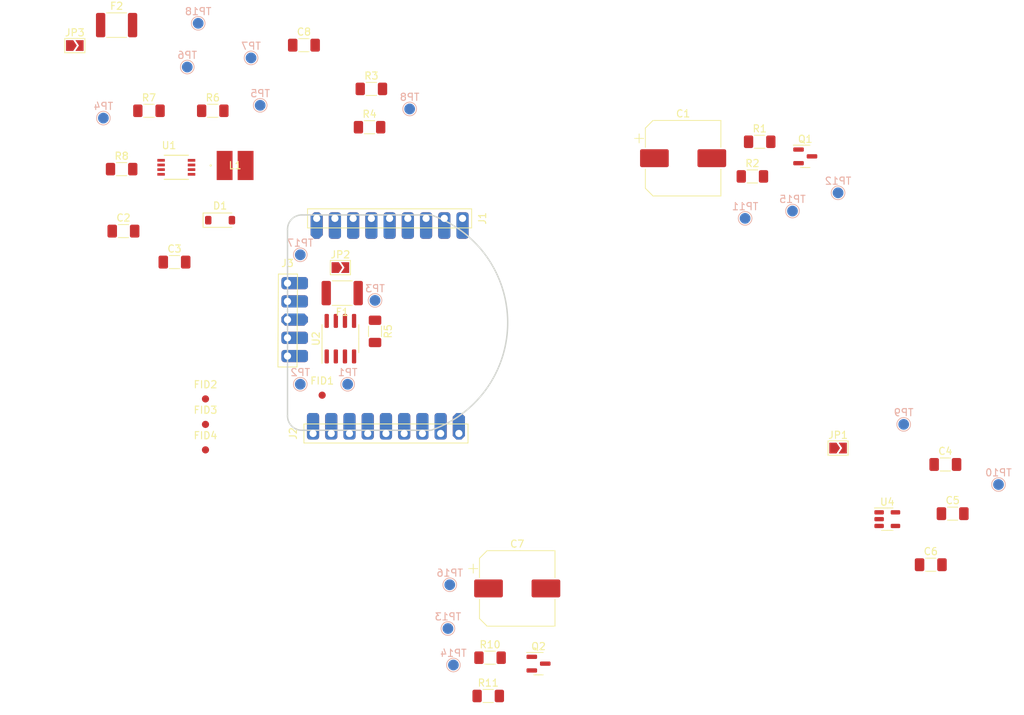
<source format=kicad_pcb>
(kicad_pcb (version 20221018) (generator pcbnew)
  (layers (0 "F.Cu" signal) (31 "B.Cu" signal) (34 "B.Paste" user) (35 "F.Paste" user) (36 "B.SilkS" user "B.Silkscreen") (37 "F.SilkS" user "F.Silkscreen") (38 "B.Mask" user) (39 "F.Mask" user) (44 "Edge.Cuts" user))
  (net 0 "")
  (net 1 "/5V")
  (net 2 "/V_BATT")
  (net 3 "Net-(D1-A)")
  (net 4 "Net-(JP1-B)")
  (net 5 "/3.3V")
  (net 9 "/NEO_OUT1")
  (net 10 "GND")
  (net 11 "VCC")
  (net 13 "/NEO_OUT2")
  (net 14 "/BATT_SIG")
  (net 18 "/NEO_IN1")
  (net 20 "/NEO_IN2")
  (net 23 "Net-(U1-LX)")
  (net 24 "Net-(R5-Pad1)")
  (net 25 "Net-(U1-EN)")
  (net 26 "Net-(U1-FB)")
  (net 27 "Net-(U1-RSET)")
  (net 30 "Net-(D1-K)")
  (net 31 "Net-(JP2-B)")
  (footprint "Capacitor_SMD:CP_Elec_10x10" (layer "F.Cu") (at 154.432 66.294)
    (fp_text reference "C1" (at 0 -6.2) (layer "F.SilkS"))
    (fp_text value "680 uF @ 10 V")
    (fp_line (start -6.75 -2.76) (end -5.5 -2.76) (stroke (width 0.12)) (layer "F.SilkS"))
    (fp_line (start -6.125 -3.385) (end -6.125 -2.135) (stroke (width 0.12)) (layer "F.SilkS"))
    (fp_line (start -5.26 -4.195563) (end -5.26 -1.51) (stroke (width 0.12)) (layer "F.SilkS"))
    (fp_line (start -5.26 -4.195563) (end -4.195563 -5.26) (stroke (width 0.12)) (layer "F.SilkS"))
    (fp_line (start -5.26 4.195563) (end -5.26 1.51) (stroke (width 0.12)) (layer "F.SilkS"))
    (fp_line (start -5.26 4.195563) (end -4.195563 5.26) (stroke (width 0.12)) (layer "F.SilkS"))
    (fp_line (start -4.195563 -5.26) (end 5.26 -5.26) (stroke (width 0.12)) (layer "F.SilkS"))
    (fp_line (start -4.195563 5.26) (end 5.26 5.26) (stroke (width 0.12)) (layer "F.SilkS"))
    (fp_line (start 5.26 -5.26) (end 5.26 -1.51) (stroke (width 0.12)) (layer "F.SilkS"))
    (fp_line (start 5.26 5.26) (end 5.26 1.51) (stroke (width 0.12)) (layer "F.SilkS"))
    (pad "1" smd roundrect (at -4 0) (size 4 2.5) (layers "F.Cu" "F.Paste" "F.Mask") (roundrect_rratio 0.1) (net 1 "/5V"))
    (pad "2" smd roundrect (at 4 0) (size 4 2.5) (layers "F.Cu" "F.Paste" "F.Mask") (roundrect_rratio 0.1) (net 10 "GND"))
  )
  (footprint "Jumper:SolderJumper-2_P1.3mm_Open_TrianglePad1.0x1.5mm" (layer "F.Cu") (at 176.022 106.68)
    (fp_text reference "JP1" (at 0 -1.8) (layer "F.SilkS"))
    (fp_text value "SolderJumper_2_Open")
    (fp_line (start -1.4 -1) (end 1.4 -1) (stroke (width 0.12)) (layer "F.SilkS"))
    (fp_line (start -1.4 1) (end -1.4 -1) (stroke (width 0.12)) (layer "F.SilkS"))
    (fp_line (start 1.4 -1) (end 1.4 1) (stroke (width 0.12)) (layer "F.SilkS"))
    (fp_line (start 1.4 1) (end -1.4 1) (stroke (width 0.12)) (layer "F.SilkS"))
    (pad "1" smd custom (at -0.725 0) (size 0.3 0.3) (layers "F.Cu" "F.Mask") (net 1 "/5V") (options (clearance outline) (anchor rect)) (primitives (gr_poly (pts (xy 1 0) (xy 0.5 0.75) (xy -0.5 0.75) (xy -0.5 -0.75) (xy 0.5 -0.75)) (width 0) (fill yes))))
    (pad "2" smd custom (at 0.725 0) (size 0.3 0.3) (layers "F.Cu" "F.Mask") (net 4 "Net-(JP1-B)") (options (clearance outline) (anchor rect)) (primitives (gr_poly (pts (xy 0.5 0.75) (xy -0.65 0.75) (xy -0.15 0) (xy -0.65 -0.75) (xy 0.5 -0.75)) (width 0) (fill yes))))
  )
  (footprint "Resistor_SMD:R_1206_3216Metric_Pad1.30x1.75mm_HandSolder" (layer "F.Cu") (at 80.01 59.69)
    (fp_text reference "R7" (at 0 -1.82) (layer "F.SilkS"))
    (fp_text value "100k")
    (fp_line (start -0.727064 -0.91) (end 0.727064 -0.91) (stroke (width 0.12)) (layer "F.SilkS"))
    (fp_line (start -0.727064 0.91) (end 0.727064 0.91) (stroke (width 0.12)) (layer "F.SilkS"))
    (pad "1" smd roundrect (at -1.55 0) (size 1.3 1.75) (layers "F.Cu" "F.Paste" "F.Mask") (roundrect_rratio 0.192308) (net 26 "Net-(U1-FB)"))
    (pad "2" smd roundrect (at 1.55 0) (size 1.3 1.75) (layers "F.Cu" "F.Paste" "F.Mask") (roundrect_rratio 0.192308) (net 10 "GND"))
  )
  (footprint "!EK_Library:PAM2401" (layer "F.Cu") (at 83.82 67.564)
    (fp_text reference "U1" (at -1.016 -3.048 unlocked) (layer "F.SilkS"))
    (fp_text value "PAM2401")
    (fp_line (start -1.6764 1.6764) (end 1.6764 1.6764) (stroke (width 0.1524)) (layer "F.SilkS"))
    (fp_line (start 1.6764 -1.6764) (end -1.6764 -1.6764) (stroke (width 0.1524)) (layer "F.SilkS"))
    (pad "1" smd rect (at -2.1209 -0.97536) (size 1.0414 0.381) (layers "F.Cu" "F.Paste" "F.Mask") (net 23 "Net-(U1-LX)"))
    (pad "2" smd rect (at -2.1209 -0.32512) (size 1.0414 0.381) (layers "F.Cu" "F.Paste" "F.Mask") (net 25 "Net-(U1-EN)"))
    (pad "3" smd rect (at -2.1209 0.32512) (size 1.0414 0.381) (layers "F.Cu" "F.Paste" "F.Mask") (net 2 "/V_BATT"))
    (pad "4" smd rect (at -2.1209 0.97536) (size 1.0414 0.381) (layers "F.Cu" "F.Paste" "F.Mask") (net 10 "GND"))
    (pad "5" smd rect (at 2.1209 0.97536) (size 1.0414 0.381) (layers "F.Cu" "F.Paste" "F.Mask") (net 26 "Net-(U1-FB)"))
    (pad "6" smd rect (at 2.1209 0.32512) (size 1.0414 0.381) (layers "F.Cu" "F.Paste" "F.Mask") (net 27 "Net-(U1-RSET)"))
    (pad "7" smd rect (at 2.1209 -0.32512) (size 1.0414 0.381) (layers "F.Cu" "F.Paste" "F.Mask") (net 3 "Net-(D1-A)"))
    (pad "8" smd rect (at 2.1209 -0.97536) (size 1.0414 0.381) (layers "F.Cu" "F.Paste" "F.Mask") (net 10 "GND"))
  )
  (footprint "Resistor_SMD:R_1206_3216Metric_Pad1.30x1.75mm_HandSolder" (layer "F.Cu") (at 111.506 90.424 -90)
    (fp_text reference "R5" (at 0 -1.82 90) (layer "F.SilkS"))
    (fp_text value "750k")
    (fp_line (start -0.727064 -0.91) (end 0.727064 -0.91) (stroke (width 0.12)) (layer "F.SilkS"))
    (fp_line (start -0.727064 0.91) (end 0.727064 0.91) (stroke (width 0.12)) (layer "F.SilkS"))
    (pad "1" smd roundrect (at -1.55 0 270) (size 1.3 1.75) (layers "F.Cu" "F.Paste" "F.Mask") (roundrect_rratio 0.192308) (net 24 "Net-(R5-Pad1)"))
    (pad "2" smd roundrect (at 1.55 0 270) (size 1.3 1.75) (layers "F.Cu" "F.Paste" "F.Mask") (roundrect_rratio 0.192308) (net 25 "Net-(U1-EN)"))
  )
  (footprint "Jumper:SolderJumper-2_P1.3mm_Open_TrianglePad1.0x1.5mm" (layer "F.Cu") (at 69.679 50.602)
    (fp_text reference "JP3" (at 0 -1.8) (layer "F.SilkS"))
    (fp_text value "SolderJumper_2_Open")
    (fp_line (start -1.4 -1) (end 1.4 -1) (stroke (width 0.12)) (layer "F.SilkS"))
    (fp_line (start -1.4 1) (end -1.4 -1) (stroke (width 0.12)) (layer "F.SilkS"))
    (fp_line (start 1.4 -1) (end 1.4 1) (stroke (width 0.12)) (layer "F.SilkS"))
    (fp_line (start 1.4 1) (end -1.4 1) (stroke (width 0.12)) (layer "F.SilkS"))
    (pad "1" smd custom (at -0.725 0) (size 0.3 0.3) (layers "F.Cu" "F.Mask") (net 1 "/5V") (options (clearance outline) (anchor rect)) (primitives (gr_poly (pts (xy 1 0) (xy 0.5 0.75) (xy -0.5 0.75) (xy -0.5 -0.75) (xy 0.5 -0.75)) (width 0) (fill yes))))
    (pad "2" smd custom (at 0.725 0) (size 0.3 0.3) (layers "F.Cu" "F.Mask") (net 30 "Net-(D1-K)") (options (clearance outline) (anchor rect)) (primitives (gr_poly (pts (xy 0.5 0.75) (xy -0.65 0.75) (xy -0.15 0) (xy -0.65 -0.75) (xy 0.5 -0.75)) (width 0) (fill yes))))
  )
  (footprint "Fiducial:Fiducial_1mm_Mask2mm" (layer "F.Cu") (at 104.14 99.314)
    (fp_text reference "FID1" (at 0 -2) (layer "F.SilkS"))
    (fp_text value "Fiducial")
    (pad "" smd circle (at 0 0) (size 1 1) (layers "F.Cu" "F.Mask") (clearance 0.5))
  )
  (footprint "Resistor_SMD:R_1206_3216Metric_Pad1.30x1.75mm_HandSolder" (layer "F.Cu") (at 110.998 56.642)
    (fp_text reference "R3" (at 0 -1.82) (layer "F.SilkS"))
    (fp_text value "100")
    (fp_line (start -0.727064 -0.91) (end 0.727064 -0.91) (stroke (width 0.12)) (layer "F.SilkS"))
    (fp_line (start -0.727064 0.91) (end 0.727064 0.91) (stroke (width 0.12)) (layer "F.SilkS"))
    (pad "1" smd roundrect (at -1.55 0) (size 1.3 1.75) (layers "F.Cu" "F.Paste" "F.Mask") (roundrect_rratio 0.192308) (net 2 "/V_BATT"))
    (pad "2" smd roundrect (at 1.55 0) (size 1.3 1.75) (layers "F.Cu" "F.Paste" "F.Mask") (roundrect_rratio 0.192308) (net 14 "/BATT_SIG"))
  )
  (footprint "Resistor_SMD:R_1206_3216Metric_Pad1.30x1.75mm_HandSolder" (layer "F.Cu") (at 88.9 59.69)
    (fp_text reference "R6" (at 0 -1.82) (layer "F.SilkS"))
    (fp_text value "750k")
    (fp_line (start -0.727064 -0.91) (end 0.727064 -0.91) (stroke (width 0.12)) (layer "F.SilkS"))
    (fp_line (start -0.727064 0.91) (end 0.727064 0.91) (stroke (width 0.12)) (layer "F.SilkS"))
    (pad "1" smd roundrect (at -1.55 0) (size 1.3 1.75) (layers "F.Cu" "F.Paste" "F.Mask") (roundrect_rratio 0.192308) (net 3 "Net-(D1-A)"))
    (pad "2" smd roundrect (at 1.55 0) (size 1.3 1.75) (layers "F.Cu" "F.Paste" "F.Mask") (roundrect_rratio 0.192308) (net 26 "Net-(U1-FB)"))
  )
  (footprint "Resistor_SMD:R_1206_3216Metric_Pad1.30x1.75mm_HandSolder" (layer "F.Cu") (at 165.1 64.008)
    (fp_text reference "R1" (at 0 -1.82) (layer "F.SilkS"))
    (fp_text value "10k")
    (fp_line (start -0.727064 -0.91) (end 0.727064 -0.91) (stroke (width 0.12)) (layer "F.SilkS"))
    (fp_line (start -0.727064 0.91) (end 0.727064 0.91) (stroke (width 0.12)) (layer "F.SilkS"))
    (pad "1" smd roundrect (at -1.55 0) (size 1.3 1.75) (layers "F.Cu" "F.Paste" "F.Mask") (roundrect_rratio 0.192308) (net 11 "VCC"))
    (pad "2" smd roundrect (at 1.55 0) (size 1.3 1.75) (layers "F.Cu" "F.Paste" "F.Mask") (roundrect_rratio 0.192308) (net 18 "/NEO_IN1"))
  )
  (footprint "Capacitor_SMD:C_1206_3216Metric_Pad1.33x1.80mm_HandSolder" (layer "F.Cu") (at 191.9855 115.824)
    (fp_text reference "C5" (at 0 -1.85) (layer "F.SilkS"))
    (fp_text value "4.7 uF")
    (fp_line (start -0.711252 -0.91) (end 0.711252 -0.91) (stroke (width 0.12)) (layer "F.SilkS"))
    (fp_line (start -0.711252 0.91) (end 0.711252 0.91) (stroke (width 0.12)) (layer "F.SilkS"))
    (pad "1" smd roundrect (at -1.5625 0) (size 1.325 1.8) (layers "F.Cu" "F.Paste" "F.Mask") (roundrect_rratio 0.188679) (net 5 "/3.3V"))
    (pad "2" smd roundrect (at 1.5625 0) (size 1.325 1.8) (layers "F.Cu" "F.Paste" "F.Mask") (roundrect_rratio 0.188679) (net 10 "GND"))
  )
  (footprint "Diode_SMD:D_SOD-123" (layer "F.Cu") (at 89.916 74.93)
    (fp_text reference "D1" (at 0 -2) (layer "F.SilkS"))
    (fp_text value "D_Schottky 3A")
    (fp_line (start -2.36 -1) (end -2.36 1) (stroke (width 0.12)) (layer "F.SilkS"))
    (fp_line (start -2.36 -1) (end 1.65 -1) (stroke (width 0.12)) (layer "F.SilkS"))
    (fp_line (start -2.36 1) (end 1.65 1) (stroke (width 0.12)) (layer "F.SilkS"))
    (pad "1" smd roundrect (at -1.65 0) (size 0.9 1.2) (layers "F.Cu" "F.Paste" "F.Mask") (net 30 "Net-(D1-K)"))
    (pad "2" smd roundrect (at 1.65 0) (size 0.9 1.2) (layers "F.Cu" "F.Paste" "F.Mask") (net 3 "Net-(D1-A)"))
  )
  (footprint "Fiducial:Fiducial_1mm_Mask2mm" (layer "F.Cu") (at 87.884 103.384)
    (fp_text reference "FID3" (at 0 -2) (layer "F.SilkS"))
    (fp_text value "Fiducial")
    (pad "" smd circle (at 0 0) (size 1 1) (layers "F.Cu" "F.Mask") (clearance 0.5))
  )
  (footprint "Package_TO_SOT_SMD:SOT-23" (layer "F.Cu") (at 171.45 66.04)
    (fp_text reference "Q1" (at 0 -2.4) (layer "F.SilkS"))
    (fp_text value "BSS138")
    (fp_line (start 0 -1.56) (end -1.675 -1.56) (stroke (width 0.12)) (layer "F.SilkS"))
    (fp_line (start 0 -1.56) (end 0.65 -1.56) (stroke (width 0.12)) (layer "F.SilkS"))
    (fp_line (start 0 1.56) (end -0.65 1.56) (stroke (width 0.12)) (layer "F.SilkS"))
    (fp_line (start 0 1.56) (end 0.65 1.56) (stroke (width 0.12)) (layer "F.SilkS"))
    (pad "1" smd roundrect (at -0.9375 -0.95) (size 1.475 0.6) (layers "F.Cu" "F.Paste" "F.Mask") (net 11 "VCC"))
    (pad "2" smd roundrect (at -0.9375 0.95) (size 1.475 0.6) (layers "F.Cu" "F.Paste" "F.Mask") (net 18 "/NEO_IN1"))
    (pad "3" smd roundrect (at 0.9375 0) (size 1.475 0.6) (layers "F.Cu" "F.Paste" "F.Mask") (net 9 "/NEO_OUT1"))
  )
  (footprint "Fuse:Fuse_1812_4532Metric_Pad1.30x3.40mm_HandSolder" (layer "F.Cu") (at 106.934 85.09 180)
    (fp_text reference "F1" (at 0 -2.65) (layer "F.SilkS"))
    (fp_text value "Polyfuse 6V, 1.5A I_h, 3A I_t, 500 ms")
    (fp_line (start -1.386252 -1.71) (end 1.386252 -1.71) (stroke (width 0.12)) (layer "F.SilkS"))
    (fp_line (start -1.386252 1.71) (end 1.386252 1.71) (stroke (width 0.12)) (layer "F.SilkS"))
    (pad "1" smd roundrect (at -2.225 0 180) (size 1.3 3.4) (layers "F.Cu" "F.Paste" "F.Mask") (roundrect_rratio 0.192308) (net 31 "Net-(JP2-B)"))
    (pad "2" smd roundrect (at 2.225 0 180) (size 1.3 3.4) (layers "F.Cu" "F.Paste" "F.Mask") (roundrect_rratio 0.192308) (net 2 "/V_BATT"))
  )
  (footprint "Package_TO_SOT_SMD:SOT-23" (layer "F.Cu") (at 134.2875 136.718)
    (fp_text reference "Q2" (at 0 -2.4) (layer "F.SilkS"))
    (fp_text value "BSS138")
    (fp_line (start 0 -1.56) (end -1.675 -1.56) (stroke (width 0.12)) (layer "F.SilkS"))
    (fp_line (start 0 -1.56) (end 0.65 -1.56) (stroke (width 0.12)) (layer "F.SilkS"))
    (fp_line (start 0 1.56) (end -0.65 1.56) (stroke (width 0.12)) (layer "F.SilkS"))
    (fp_line (start 0 1.56) (end 0.65 1.56) (stroke (width 0.12)) (layer "F.SilkS"))
    (pad "1" smd roundrect (at -0.9375 -0.95) (size 1.475 0.6) (layers "F.Cu" "F.Paste" "F.Mask") (net 11 "VCC"))
    (pad "2" smd roundrect (at -0.9375 0.95) (size 1.475 0.6) (layers "F.Cu" "F.Paste" "F.Mask") (net 20 "/NEO_IN2"))
    (pad "3" smd roundrect (at 0.9375 0) (size 1.475 0.6) (layers "F.Cu" "F.Paste" "F.Mask") (net 13 "/NEO_OUT2"))
  )
  (footprint "Resistor_SMD:R_1206_3216Metric_Pad1.30x1.75mm_HandSolder" (layer "F.Cu") (at 164.084 68.834)
    (fp_text reference "R2" (at 0 -1.82) (layer "F.SilkS"))
    (fp_text value "10k")
    (fp_line (start -0.727064 -0.91) (end 0.727064 -0.91) (stroke (width 0.12)) (layer "F.SilkS"))
    (fp_line (start -0.727064 0.91) (end 0.727064 0.91) (stroke (width 0.12)) (layer "F.SilkS"))
    (pad "1" smd roundrect (at -1.55 0) (size 1.3 1.75) (layers "F.Cu" "F.Paste" "F.Mask") (roundrect_rratio 0.192308) (net 1 "/5V"))
    (pad "2" smd roundrect (at 1.55 0) (size 1.3 1.75) (layers "F.Cu" "F.Paste" "F.Mask") (roundrect_rratio 0.192308) (net 9 "/NEO_OUT1"))
  )
  (footprint "Jumper:SolderJumper-2_P1.3mm_Open_TrianglePad1.0x1.5mm" (layer "F.Cu") (at 106.68 81.534)
    (fp_text reference "JP2" (at 0 -1.8) (layer "F.SilkS"))
    (fp_text value "SolderJumper_2_Open")
    (fp_line (start -1.4 -1) (end 1.4 -1) (stroke (width 0.12)) (layer "F.SilkS"))
    (fp_line (start -1.4 1) (end -1.4 -1) (stroke (width 0.12)) (layer "F.SilkS"))
    (fp_line (start 1.4 -1) (end 1.4 1) (stroke (width 0.12)) (layer "F.SilkS"))
    (fp_line (start 1.4 1) (end -1.4 1) (stroke (width 0.12)) (layer "F.SilkS"))
    (pad "1" smd custom (at -0.725 0) (size 0.3 0.3) (layers "F.Cu" "F.Mask") (net 2 "/V_BATT") (options (clearance outline) (anchor rect)) (primitives (gr_poly (pts (xy 1 0) (xy 0.5 0.75) (xy -0.5 0.75) (xy -0.5 -0.75) (xy 0.5 -0.75)) (width 0) (fill yes))))
    (pad "2" smd custom (at 0.725 0) (size 0.3 0.3) (layers "F.Cu" "F.Mask") (net 31 "Net-(JP2-B)") (options (clearance outline) (anchor rect)) (primitives (gr_poly (pts (xy 0.5 0.75) (xy -0.65 0.75) (xy -0.15 0) (xy -0.65 -0.75) (xy 0.5 -0.75)) (width 0) (fill yes))))
  )
  (footprint "Resistor_SMD:R_1206_3216Metric_Pad1.30x1.75mm_HandSolder" (layer "F.Cu") (at 127.534 135.89)
    (fp_text reference "R10" (at 0 -1.82) (layer "F.SilkS"))
    (fp_text value "10k")
    (fp_line (start -0.727064 -0.91) (end 0.727064 -0.91) (stroke (width 0.12)) (layer "F.SilkS"))
    (fp_line (start -0.727064 0.91) (end 0.727064 0.91) (stroke (width 0.12)) (layer "F.SilkS"))
    (pad "1" smd roundrect (at -1.55 0) (size 1.3 1.75) (layers "F.Cu" "F.Paste" "F.Mask") (roundrect_rratio 0.192308) (net 11 "VCC"))
    (pad "2" smd roundrect (at 1.55 0) (size 1.3 1.75) (layers "F.Cu" "F.Paste" "F.Mask") (roundrect_rratio 0.192308) (net 20 "/NEO_IN2"))
  )
  (footprint "Capacitor_SMD:C_1206_3216Metric_Pad1.33x1.80mm_HandSolder" (layer "F.Cu") (at 188.9375 122.936)
    (fp_text reference "C6" (at 0 -1.85) (layer "F.SilkS"))
    (fp_text value "1 uF")
    (fp_line (start -0.711252 -0.91) (end 0.711252 -0.91) (stroke (width 0.12)) (layer "F.SilkS"))
    (fp_line (start -0.711252 0.91) (end 0.711252 0.91) (stroke (width 0.12)) (layer "F.SilkS"))
    (pad "1" smd roundrect (at -1.5625 0) (size 1.325 1.8) (layers "F.Cu" "F.Paste" "F.Mask") (roundrect_rratio 0.188679) (net 5 "/3.3V"))
    (pad "2" smd roundrect (at 1.5625 0) (size 1.325 1.8) (layers "F.Cu" "F.Paste" "F.Mask") (roundrect_rratio 0.188679) (net 10 "GND"))
  )
  (footprint "Resistor_SMD:R_1206_3216Metric_Pad1.30x1.75mm_HandSolder" (layer "F.Cu") (at 127.28 141.224)
    (fp_text reference "R11" (at 0 -1.82) (layer "F.SilkS"))
    (fp_text value "10k")
    (fp_line (start -0.727064 -0.91) (end 0.727064 -0.91) (stroke (width 0.12)) (layer "F.SilkS"))
    (fp_line (start -0.727064 0.91) (end 0.727064 0.91) (stroke (width 0.12)) (layer "F.SilkS"))
    (pad "1" smd roundrect (at -1.55 0) (size 1.3 1.75) (layers "F.Cu" "F.Paste" "F.Mask") (roundrect_rratio 0.192308) (net 1 "/5V"))
    (pad "2" smd roundrect (at 1.55 0) (size 1.3 1.75) (layers "F.Cu" "F.Paste" "F.Mask") (roundrect_rratio 0.192308) (net 13 "/NEO_OUT2"))
  )
  (footprint "Capacitor_SMD:C_1206_3216Metric_Pad1.33x1.80mm_HandSolder" (layer "F.Cu") (at 83.566 80.772)
    (fp_text reference "C3" (at 0 -1.85) (layer "F.SilkS"))
    (fp_text value "22 uF")
    (fp_line (start -0.711252 -0.91) (end 0.711252 -0.91) (stroke (width 0.12)) (layer "F.SilkS"))
    (fp_line (start -0.711252 0.91) (end 0.711252 0.91) (stroke (width 0.12)) (layer "F.SilkS"))
    (pad "1" smd roundrect (at -1.5625 0) (size 1.325 1.8) (layers "F.Cu" "F.Paste" "F.Mask") (roundrect_rratio 0.188679) (net 3 "Net-(D1-A)"))
    (pad "2" smd roundrect (at 1.5625 0) (size 1.325 1.8) (layers "F.Cu" "F.Paste" "F.Mask") (roundrect_rratio 0.188679) (net 10 "GND"))
  )
  (footprint "Fiducial:Fiducial_1mm_Mask2mm" (layer "F.Cu") (at 87.884 99.834)
    (fp_text reference "FID2" (at 0 -2) (layer "F.SilkS"))
    (fp_text value "Fiducial")
    (pad "" smd circle (at 0 0) (size 1 1) (layers "F.Cu" "F.Mask") (clearance 0.5))
  )
  (footprint "Resistor_SMD:R_1206_3216Metric_Pad1.30x1.75mm_HandSolder" (layer "F.Cu") (at 110.744 61.976)
    (fp_text reference "R4" (at 0 -1.82) (layer "F.SilkS"))
    (fp_text value "6.8k")
    (fp_line (start -0.727064 -0.91) (end 0.727064 -0.91) (stroke (width 0.12)) (layer "F.SilkS"))
    (fp_line (start -0.727064 0.91) (end 0.727064 0.91) (stroke (width 0.12)) (layer "F.SilkS"))
    (pad "1" smd roundrect (at -1.55 0) (size 1.3 1.75) (layers "F.Cu" "F.Paste" "F.Mask") (roundrect_rratio 0.192308) (net 14 "/BATT_SIG"))
    (pad "2" smd roundrect (at 1.55 0) (size 1.3 1.75) (layers "F.Cu" "F.Paste" "F.Mask") (roundrect_rratio 0.192308) (net 10 "GND"))
  )
  (footprint "Capacitor_SMD:C_1206_3216Metric_Pad1.33x1.80mm_HandSolder" (layer "F.Cu") (at 101.6 50.546)
    (fp_text reference "C8" (at 0 -1.85) (layer "F.SilkS"))
    (fp_text value "1 uF")
    (fp_line (start -0.711252 -0.91) (end 0.711252 -0.91) (stroke (width 0.12)) (layer "F.SilkS"))
    (fp_line (start -0.711252 0.91) (end 0.711252 0.91) (stroke (width 0.12)) (layer "F.SilkS"))
    (pad "1" smd roundrect (at -1.5625 0) (size 1.325 1.8) (layers "F.Cu" "F.Paste" "F.Mask") (roundrect_rratio 0.188679) (net 30 "Net-(D1-K)"))
    (pad "2" smd roundrect (at 1.5625 0) (size 1.325 1.8) (layers "F.Cu" "F.Paste" "F.Mask") (roundrect_rratio 0.188679) (net 10 "GND"))
  )
  (footprint "Package_SO:SOIC-8_3.9x4.9mm_P1.27mm" (layer "F.Cu") (at 106.68 91.44 90)
    (fp_text reference "U2" (at 0 -3.4 90) (layer "F.SilkS"))
    (fp_text value "LM311")
    (fp_line (start 0 -2.56) (end -3.45 -2.56) (stroke (width 0.12)) (layer "F.SilkS"))
    (fp_line (start 0 -2.56) (end 1.95 -2.56) (stroke (width 0.12)) (layer "F.SilkS"))
    (fp_line (start 0 2.56) (end -1.95 2.56) (stroke (width 0.12)) (layer "F.SilkS"))
    (fp_line (start 0 2.56) (end 1.95 2.56) (stroke (width 0.12)) (layer "F.SilkS"))
    (pad "1" smd roundrect (at -2.475 -1.905 90) (size 1.95 0.6) (layers "F.Cu" "F.Paste" "F.Mask") (net 10 "GND"))
    (pad "2" smd roundrect (at -2.475 -0.635 90) (size 1.95 0.6) (layers "F.Cu" "F.Paste" "F.Mask") (net 1 "/5V"))
    (pad "3" smd roundrect (at -2.475 0.635 90) (size 1.95 0.6) (layers "F.Cu" "F.Paste" "F.Mask") (net 31 "Net-(JP2-B)"))
    (pad "4" smd roundrect (at -2.475 1.905 90) (size 1.95 0.6) (layers "F.Cu" "F.Paste" "F.Mask") (net 10 "GND"))
    (pad "5" smd roundrect (at 2.475 1.905 90) (size 1.95 0.6) (layers "F.Cu" "F.Paste" "F.Mask"))
    (pad "6" smd roundrect (at 2.475 0.635 90) (size 1.95 0.6) (layers "F.Cu" "F.Paste" "F.Mask"))
    (pad "7" smd roundrect (at 2.475 -0.635 90) (size 1.95 0.6) (layers "F.Cu" "F.Paste" "F.Mask") (net 24 "Net-(R5-Pad1)"))
    (pad "8" smd roundrect (at 2.475 -1.905 90) (size 1.95 0.6) (layers "F.Cu" "F.Paste" "F.Mask") (net 2 "/V_BATT"))
  )
  (footprint "Package_TO_SOT_SMD:SOT-23-5" (layer "F.Cu") (at 182.88 116.586)
    (fp_text reference "U4" (at 0 -2.4) (layer "F.SilkS"))
    (fp_text value "AP2112K-3.3")
    (fp_line (start 0 -1.56) (end -1.8 -1.56) (stroke (width 0.12)) (layer "F.SilkS"))
    (fp_line (start 0 -1.56) (end 0.8 -1.56) (stroke (width 0.12)) (layer "F.SilkS"))
    (fp_line (start 0 1.56) (end -0.8 1.56) (stroke (width 0.12)) (layer "F.SilkS"))
    (fp_line (start 0 1.56) (end 0.8 1.56) (stroke (width 0.12)) (layer "F.SilkS"))
    (pad "1" smd roundrect (at -1.1375 -0.95) (size 1.325 0.6) (layers "F.Cu" "F.Paste" "F.Mask") (net 4 "Net-(JP1-B)"))
    (pad "2" smd roundrect (at -1.1375 0) (size 1.325 0.6) (layers "F.Cu" "F.Paste" "F.Mask") (net 10 "GND"))
    (pad "3" smd roundrect (at -1.1375 0.95) (size 1.325 0.6) (layers "F.Cu" "F.Paste" "F.Mask") (net 4 "Net-(JP1-B)"))
    (pad "4" smd roundrect (at 1.1375 0.95) (size 1.325 0.6) (layers "F.Cu" "F.Paste" "F.Mask"))
    (pad "5" smd roundrect (at 1.1375 -0.95) (size 1.325 0.6) (layers "F.Cu" "F.Paste" "F.Mask") (net 5 "/3.3V"))
  )
  (footprint "Capacitor_SMD:C_1206_3216Metric_Pad1.33x1.80mm_HandSolder" (layer "F.Cu") (at 76.454 76.454)
    (fp_text reference "C2" (at 0 -1.85) (layer "F.SilkS"))
    (fp_text value "10 uF")
    (fp_line (start -0.711252 -0.91) (end 0.711252 -0.91) (stroke (width 0.12)) (layer "F.SilkS"))
    (fp_line (start -0.711252 0.91) (end 0.711252 0.91) (stroke (width 0.12)) (layer "F.SilkS"))
    (pad "1" smd roundrect (at -1.5625 0) (size 1.325 1.8) (layers "F.Cu" "F.Paste" "F.Mask") (roundrect_rratio 0.188679) (net 2 "/V_BATT"))
    (pad "2" smd roundrect (at 1.5625 0) (size 1.325 1.8) (layers "F.Cu" "F.Paste" "F.Mask") (roundrect_rratio 0.188679) (net 10 "GND"))
  )
  (footprint "!EK_Library:Castellated_1x09_P2.54mm" (layer "F.Cu") (at 102.87 104.648 90)
    (fp_text reference "J2" (at 0 -2.77 90) (layer "F.SilkS"))
    (fp_text value "Conn_01x09_Socket")
    (fp_line (start -1.33 -1.27) (end -1.33 21.59) (stroke (width 0.12)) (layer "F.SilkS"))
    (fp_line (start -1.33 -1.27) (end 1.33 -1.27) (stroke (width 0.12)) (layer "F.SilkS"))
    (fp_line (start -1.33 21.59) (end 1.33 21.59) (stroke (width 0.12)) (layer "F.SilkS"))
    (fp_line (start 1.33 -1.27) (end 1.33 21.59) (stroke (width 0.12)) (layer "F.SilkS"))
    (pad "1" thru_hole roundrect (at 0 0 90) (size 3.7 1.7) (drill 1 (offset 1 0)) (property pad_prop_castellated) (layers "*.Cu" "*.Mask") (net 11 "VCC"))
    (pad "2" thru_hole roundrect (at 0 2.54 90) (size 3.7 1.7) (drill 1 (offset 1 0)) (property pad_prop_castellated) (layers "*.Cu" "*.Mask"))
    (pad "3" thru_hole roundrect (at 0 5.08 90) (size 3.7 1.7) (drill 1 (offset 1 0)) (property pad_prop_castellated) (layers "*.Cu" "*.Mask") (net 14 "/BATT_SIG"))
    (pad "4" thru_hole roundrect (at 0 7.62 90) (size 3.7 1.7) (drill 1 (offset 1 0)) (property pad_prop_castellated) (layers "*.Cu" "*.Mask"))
    (pad "5" thru_hole roundrect (at 0 10.16 90) (size 3.7 1.7) (drill 1 (offset 1 0)) (property pad_prop_castellated) (layers "*.Cu" "*.Mask") (net 18 "/NEO_IN1"))
    (pad "6" thru_hole roundrect (at 0 12.7 90) (size 3.7 1.7) (drill 1 (offset 1 0)) (property pad_prop_castellated) (layers "*.Cu" "*.Mask"))
    (pad "7" thru_hole roundrect (at 0 15.24 90) (size 3.7 1.7) (drill 1 (offset 1 0)) (property pad_prop_castellated) (layers "*.Cu" "*.Mask") (net 20 "/NEO_IN2"))
    (pad "8" thru_hole roundrect (at 0 17.78 90) (size 3.7 1.7) (drill 1 (offset 1 0)) (property pad_prop_castellated) (layers "*.Cu" "*.Mask"))
    (pad "9" thru_hole roundrect (at 0 20.32 90) (size 3.7 1.7) (drill 1 (offset 1 0)) (property pad_prop_castellated) (layers "*.Cu" "*.Mask") (roundrect_rratio 0) (chamfer_ratio 0.3) (chamfer top_left top_right bottom_left bottom_right) (net 10 "GND"))
  )
  (footprint "Capacitor_SMD:C_1206_3216Metric_Pad1.33x1.80mm_HandSolder" (layer "F.Cu") (at 190.9695 108.966)
    (fp_text reference "C4" (at 0 -1.85) (layer "F.SilkS"))
    (fp_text value "4.7 uF")
    (fp_line (start -0.711252 -0.91) (end 0.711252 -0.91) (stroke (width 0.12)) (layer "F.SilkS"))
    (fp_line (start -0.711252 0.91) (end 0.711252 0.91) (stroke (width 0.12)) (layer "F.SilkS"))
    (pad "1" smd roundrect (at -1.5625 0) (size 1.325 1.8) (layers "F.Cu" "F.Paste" "F.Mask") (roundrect_rratio 0.188679) (net 4 "Net-(JP1-B)"))
    (pad "2" smd roundrect (at 1.5625 0) (size 1.325 1.8) (layers "F.Cu" "F.Paste" "F.Mask") (roundrect_rratio 0.188679) (net 10 "GND"))
  )
  (footprint "!EK_Library:INDUCTOR_IND_IFSC_1515AH_VIS-M" (layer "F.Cu") (at 92.0115 67.31)
    (fp_text reference "L1" (at 0 0 unlocked) (layer "F.SilkS"))
    (fp_text value "2.2 uH, 3 A")
    (fp_circle (center -3.4036 0) (end -3.3274 0) (stroke (width 0.1524)) (fill none) (layer "F.SilkS"))
    (pad "1" smd rect (at -1.4605 0) (size 2.2098 4.064) (layers "F.Cu" "F.Paste" "F.Mask") (net 2 "/V_BATT"))
    (pad "2" smd rect (at 1.4605 0) (size 2.2098 4.064) (layers "F.Cu" "F.Paste" "F.Mask") (net 23 "Net-(U1-LX)"))
  )
  (footprint "Resistor_SMD:R_1206_3216Metric_Pad1.30x1.75mm_HandSolder" (layer "F.Cu") (at 76.2 67.818)
    (fp_text reference "R8" (at 0 -1.82) (layer "F.SilkS"))
    (fp_text value "100k")
    (fp_line (start -0.727064 -0.91) (end 0.727064 -0.91) (stroke (width 0.12)) (layer "F.SilkS"))
    (fp_line (start -0.727064 0.91) (end 0.727064 0.91) (stroke (width 0.12)) (layer "F.SilkS"))
    (pad "1" smd roundrect (at -1.55 0) (size 1.3 1.75) (layers "F.Cu" "F.Paste" "F.Mask") (roundrect_rratio 0.192308) (net 27 "Net-(U1-RSET)"))
    (pad "2" smd roundrect (at 1.55 0) (size 1.3 1.75) (layers "F.Cu" "F.Paste" "F.Mask") (roundrect_rratio 0.192308) (net 10 "GND"))
  )
  (footprint "Capacitor_SMD:CP_Elec_10x10" (layer "F.Cu") (at 131.318 126.238)
    (fp_text reference "C7" (at 0 -6.2) (layer "F.SilkS"))
    (fp_text value "680 uF @ 10 V")
    (fp_line (start -6.75 -2.76) (end -5.5 -2.76) (stroke (width 0.12)) (layer "F.SilkS"))
    (fp_line (start -6.125 -3.385) (end -6.125 -2.135) (stroke (width 0.12)) (layer "F.SilkS"))
    (fp_line (start -5.26 -4.195563) (end -5.26 -1.51) (stroke (width 0.12)) (layer "F.SilkS"))
    (fp_line (start -5.26 -4.195563) (end -4.195563 -5.26) (stroke (width 0.12)) (layer "F.SilkS"))
    (fp_line (start -5.26 4.195563) (end -5.26 1.51) (stroke (width 0.12)) (layer "F.SilkS"))
    (fp_line (start -5.26 4.195563) (end -4.195563 5.26) (stroke (width 0.12)) (layer "F.SilkS"))
    (fp_line (start -4.195563 -5.26) (end 5.26 -5.26) (stroke (width 0.12)) (layer "F.SilkS"))
    (fp_line (start -4.195563 5.26) (end 5.26 5.26) (stroke (width 0.12)) (layer "F.SilkS"))
    (fp_line (start 5.26 -5.26) (end 5.26 -1.51) (stroke (width 0.12)) (layer "F.SilkS"))
    (fp_line (start 5.26 5.26) (end 5.26 1.51) (stroke (width 0.12)) (layer "F.SilkS"))
    (pad "1" smd roundrect (at -4 0) (size 4 2.5) (layers "F.Cu" "F.Paste" "F.Mask") (roundrect_rratio 0.1) (net 1 "/5V"))
    (pad "2" smd roundrect (at 4 0) (size 4 2.5) (layers "F.Cu" "F.Paste" "F.Mask") (roundrect_rratio 0.1) (net 10 "GND"))
  )
  (footprint "Fiducial:Fiducial_1mm_Mask2mm" (layer "F.Cu") (at 87.884 106.934)
    (fp_text reference "FID4" (at 0 -2) (layer "F.SilkS"))
    (fp_text value "Fiducial")
    (pad "" smd circle (at 0 0) (size 1 1) (layers "F.Cu" "F.Mask") (clearance 0.5))
  )
  (footprint "!EK_Library:Castellated_1x09_P2.54mm" (layer "F.Cu") (at 123.698 74.676 -90)
    (fp_text reference "J1" (at 0 -2.77 90) (layer "F.SilkS"))
    (fp_text value "Conn_01x09_Socket")
    (fp_line (start -1.33 -1.27) (end -1.33 21.59) (stroke (width 0.12)) (layer "F.SilkS"))
    (fp_line (start -1.33 -1.27) (end 1.33 -1.27) (stroke (width 0.12)) (layer "F.SilkS"))
    (fp_line (start -1.33 21.59) (end 1.33 21.59) (stroke (width 0.12)) (layer "F.SilkS"))
    (fp_line (start 1.33 -1.27) (end 1.33 21.59) (stroke (width 0.12)) (layer "F.SilkS"))
    (pad "1" thru_hole roundrect (at 0 0 270) (size 3.7 1.7) (drill 1 (offset 1 0)) (property pad_prop_castellated) (layers "*.Cu" "*.Mask") (net 1 "/5V"))
    (pad "2" thru_hole roundrect (at 0 2.54 270) (size 3.7 1.7) (drill 1 (offset 1 0)) (property pad_prop_castellated) (layers "*.Cu" "*.Mask"))
    (pad "3" thru_hole roundrect (at 0 5.08 270) (size 3.7 1.7) (drill 1 (offset 1 0)) (property pad_prop_castellated) (layers "*.Cu" "*.Mask") (net 5 "/3.3V"))
    (pad "4" thru_hole roundrect (at 0 7.62 270) (size 3.7 1.7) (drill 1 (offset 1 0)) (property pad_prop_castellated) (layers "*.Cu" "*.Mask"))
    (pad "5" thru_hole roundrect (at 0 10.16 270) (size 3.7 1.7) (drill 1 (offset 1 0)) (property pad_prop_castellated) (layers "*.Cu" "*.Mask") (net 9 "/NEO_OUT1"))
    (pad "6" thru_hole roundrect (at 0 12.7 270) (size 3.7 1.7) (drill 1 (offset 1 0)) (property pad_prop_castellated) (layers "*.Cu" "*.Mask"))
    (pad "7" thru_hole roundrect (at 0 15.24 270) (size 3.7 1.7) (drill 1 (offset 1 0)) (property pad_prop_castellated) (layers "*.Cu" "*.Mask") (net 13 "/NEO_OUT2"))
    (pad "8" thru_hole roundrect (at 0 17.78 270) (size 3.7 1.7) (drill 1 (offset 1 0)) (property pad_prop_castellated) (layers "*.Cu" "*.Mask"))
    (pad "9" thru_hole roundrect (at 0 20.32 270) (size 3.7 1.7) (drill 1 (offset 1 0)) (property pad_prop_castellated) (layers "*.Cu" "*.Mask") (roundrect_rratio 0) (chamfer_ratio 0.3) (chamfer top_left top_right bottom_left bottom_right) (net 10 "GND"))
  )
  (footprint "!EK_Library:Castellated_1x05_P2.54mm" (layer "F.Cu") (at 99.3095 83.704)
    (fp_text reference "J3" (at 0 -2.77) (layer "F.SilkS"))
    (fp_text value "Conn_01x05_Socket")
    (fp_line (start -1.33 11.684) (end 1.33 11.684) (stroke (width 0.12)) (layer "F.SilkS"))
    (fp_line (start -1.27 -1.27) (end -1.33 11.684) (stroke (width 0.12)) (layer "F.SilkS"))
    (fp_line (start -1.27 -1.27) (end 1.39 -1.27) (stroke (width 0.12)) (layer "F.SilkS"))
    (fp_line (start 1.39 -1.27) (end 1.33 11.684) (stroke (width 0.12)) (layer "F.SilkS"))
    (pad "1" thru_hole roundrect (at 0 0) (size 3.7 1.7) (drill 1 (offset 1 0)) (property pad_prop_castellated) (layers "*.Cu" "*.Mask") (net 2 "/V_BATT"))
    (pad "2" thru_hole roundrect (at 0 2.54) (size 3.7 1.7) (drill 1 (offset 1 0)) (property pad_prop_castellated) (layers "*.Cu" "*.Mask"))
    (pad "3" thru_hole roundrect (at 0 5.08) (size 3.7 1.7) (drill 1 (offset 1 0)) (property pad_prop_castellated) (layers "*.Cu" "*.Mask") (roundrect_rratio 0) (chamfer_ratio 0.3) (chamfer top_left top_right bottom_left bottom_right) (net 10 "GND"))
    (pad "4" thru_hole roundrect (at 0 7.62) (size 3.7 1.7) (drill 1 (offset 1 0)) (property pad_prop_castellated) (layers "*.Cu" "*.Mask"))
    (pad "5" thru_hole roundrect (at 0 10.16) (size 3.7 1.7) (drill 1 (offset 1 0)) (property pad_prop_castellated) (layers "*.Cu" "*.Mask") (net 1 "/5V"))
  )
  (footprint "Fuse:Fuse_1812_4532Metric_Pad1.30x3.40mm_HandSolder" (layer "F.Cu") (at 75.499 47.752)
    (fp_text reference "F2" (at 0 -2.65) (layer "F.SilkS"))
    (fp_text value "Polyfuse 16V, 1.25A I_h, 2.5A I_t, 400 ms")
    (fp_line (start -1.386252 -1.71) (end 1.386252 -1.71) (stroke (width 0.12)) (layer "F.SilkS"))
    (fp_line (start -1.386252 1.71) (end 1.386252 1.71) (stroke (width 0.12)) (layer "F.SilkS"))
    (pad "1" smd roundrect (at -2.225 0) (size 1.3 3.4) (layers "F.Cu" "F.Paste" "F.Mask") (roundrect_rratio 0.192308) (net 30 "Net-(D1-K)"))
    (pad "2" smd roundrect (at 2.225 0) (size 1.3 3.4) (layers "F.Cu" "F.Paste" "F.Mask") (roundrect_rratio 0.192308) (net 1 "/5V"))
  )
  (footprint "TestPoint:TestPoint_Pad_D1.5mm" (layer "B.Cu") (at 111.506 86.106 180)
    (fp_text reference "TP3" (at 0 1.648) (layer "B.SilkS") (effects (justify mirror)))
    (fp_text value "TestPoint")
    (fp_circle (center 0 0) (end 0 -0.95) (stroke (width 0.12)) (fill none) (layer "B.SilkS"))
    (pad "1" smd circle (at 0 0 180) (size 1.5 1.5) (layers "B.Cu" "B.Mask") (net 24 "Net-(R5-Pad1)"))
  )
  (footprint "TestPoint:TestPoint_Pad_D1.5mm" (layer "B.Cu") (at 121.666 131.826 180)
    (fp_text reference "TP13" (at 0 1.648) (layer "B.SilkS") (effects (justify mirror)))
    (fp_text value "TestPoint")
    (fp_circle (center 0 0) (end 0 -0.95) (stroke (width 0.12)) (fill none) (layer "B.SilkS"))
    (pad "1" smd circle (at 0 0 180) (size 1.5 1.5) (layers "B.Cu" "B.Mask") (net 20 "/NEO_IN2"))
  )
  (footprint "TestPoint:TestPoint_Pad_D1.5mm" (layer "B.Cu") (at 101.092 97.79 180)
    (fp_text reference "TP2" (at 0 1.648) (layer "B.SilkS") (effects (justify mirror)))
    (fp_text value "TestPoint")
    (fp_circle (center 0 0) (end 0 -0.95) (stroke (width 0.12)) (fill none) (layer "B.SilkS"))
    (pad "1" smd circle (at 0 0 180) (size 1.5 1.5) (layers "B.Cu" "B.Mask") (net 1 "/5V"))
  )
  (footprint "TestPoint:TestPoint_Pad_D1.5mm" (layer "B.Cu") (at 121.92 125.73 180)
    (fp_text reference "TP16" (at 0 1.648) (layer "B.SilkS") (effects (justify mirror)))
    (fp_text value "TestPoint")
    (fp_circle (center 0 0) (end 0 -0.95) (stroke (width 0.12)) (fill none) (layer "B.SilkS"))
    (pad "1" smd circle (at 0 0 180) (size 1.5 1.5) (layers "B.Cu" "B.Mask") (net 11 "VCC"))
  )
  (footprint "TestPoint:TestPoint_Pad_D1.5mm" (layer "B.Cu") (at 116.332 59.436 180)
    (fp_text reference "TP8" (at 0 1.648) (layer "B.SilkS") (effects (justify mirror)))
    (fp_text value "TestPoint")
    (fp_circle (center 0 0) (end 0 -0.95) (stroke (width 0.12)) (fill none) (layer "B.SilkS"))
    (pad "1" smd circle (at 0 0 180) (size 1.5 1.5) (layers "B.Cu" "B.Mask") (net 14 "/BATT_SIG"))
  )
  (footprint "TestPoint:TestPoint_Pad_D1.5mm" (layer "B.Cu") (at 86.868 47.498 180)
    (fp_text reference "TP18" (at 0 1.648) (layer "B.SilkS") (effects (justify mirror)))
    (fp_text value "TestPoint")
    (fp_circle (center 0 0) (end 0 -0.95) (stroke (width 0.12)) (fill none) (layer "B.SilkS"))
    (pad "1" smd circle (at 0 0 180) (size 1.5 1.5) (layers "B.Cu" "B.Mask") (net 1 "/5V"))
  )
  (footprint "TestPoint:TestPoint_Pad_D1.5mm" (layer "B.Cu") (at 176.022 71.12 180)
    (fp_text reference "TP12" (at 0 1.648) (layer "B.SilkS") (effects (justify mirror)))
    (fp_text value "TestPoint")
    (fp_circle (center 0 0) (end 0 -0.95) (stroke (width 0.12)) (fill none) (layer "B.SilkS"))
    (pad "1" smd circle (at 0 0 180) (size 1.5 1.5) (layers "B.Cu" "B.Mask") (net 9 "/NEO_OUT1"))
  )
  (footprint "TestPoint:TestPoint_Pad_D1.5mm" (layer "B.Cu") (at 185.166 103.378 180)
    (fp_text reference "TP9" (at 0 1.648) (layer "B.SilkS") (effects (justify mirror)))
    (fp_text value "TestPoint")
    (fp_circle (center 0 0) (end 0 -0.95) (stroke (width 0.12)) (fill none) (layer "B.SilkS"))
    (pad "1" smd circle (at 0 0 180) (size 1.5 1.5) (layers "B.Cu" "B.Mask") (net 4 "Net-(JP1-B)"))
  )
  (footprint "TestPoint:TestPoint_Pad_D1.5mm" (layer "B.Cu") (at 95.504 58.928 180)
    (fp_text reference "TP5" (at 0 1.648) (layer "B.SilkS") (effects (justify mirror)))
    (fp_text value "TestPoint")
    (fp_circle (center 0 0) (end 0 -0.95) (stroke (width 0.12)) (fill none) (layer "B.SilkS"))
    (pad "1" smd circle (at 0 0 180) (size 1.5 1.5) (layers "B.Cu" "B.Mask") (net 2 "/V_BATT"))
  )
  (footprint "TestPoint:TestPoint_Pad_D1.5mm" (layer "B.Cu") (at 169.672 73.66 180)
    (fp_text reference "TP15" (at 0 1.648) (layer "B.SilkS") (effects (justify mirror)))
    (fp_text value "TestPoint")
    (fp_circle (center 0 0) (end 0 -0.95) (stroke (width 0.12)) (fill none) (layer "B.SilkS"))
    (pad "1" smd circle (at 0 0 180) (size 1.5 1.5) (layers "B.Cu" "B.Mask") (net 11 "VCC"))
  )
  (footprint "TestPoint:TestPoint_Pad_D1.5mm" (layer "B.Cu") (at 94.234 52.324 180)
    (fp_text reference "TP7" (at 0 1.648) (layer "B.SilkS") (effects (justify mirror)))
    (fp_text value "TestPoint")
    (fp_circle (center 0 0) (end 0 -0.95) (stroke (width 0.12)) (fill none) (layer "B.SilkS"))
    (pad "1" smd circle (at 0 0 180) (size 1.5 1.5) (layers "B.Cu" "B.Mask") (net 30 "Net-(D1-K)"))
  )
  (footprint "TestPoint:TestPoint_Pad_D1.5mm" (layer "B.Cu") (at 73.66 60.706 180)
    (fp_text reference "TP4" (at 0 1.648) (layer "B.SilkS") (effects (justify mirror)))
    (fp_text value "TestPoint")
    (fp_circle (center 0 0) (end 0 -0.95) (stroke (width 0.12)) (fill none) (layer "B.SilkS"))
    (pad "1" smd circle (at 0 0 180) (size 1.5 1.5) (layers "B.Cu" "B.Mask") (net 25 "Net-(U1-EN)"))
  )
  (footprint "TestPoint:TestPoint_Pad_D1.5mm" (layer "B.Cu") (at 107.696 97.79 180)
    (fp_text reference "TP1" (at 0 1.648) (layer "B.SilkS") (effects (justify mirror)))
    (fp_text value "TestPoint")
    (fp_circle (center 0 0) (end 0 -0.95) (stroke (width 0.12)) (fill none) (layer "B.SilkS"))
    (pad "1" smd circle (at 0 0 180) (size 1.5 1.5) (layers "B.Cu" "B.Mask") (net 31 "Net-(JP2-B)"))
  )
  (footprint "TestPoint:TestPoint_Pad_D1.5mm" (layer "B.Cu") (at 101.092 79.756 180)
    (fp_text reference "TP17" (at 0 1.648) (layer "B.SilkS") (effects (justify mirror)))
    (fp_text value "TestPoint")
    (fp_circle (center 0 0) (end 0 -0.95) (stroke (width 0.12)) (fill none) (layer "B.SilkS"))
    (pad "1" smd circle (at 0 0 180) (size 1.5 1.5) (layers "B.Cu" "B.Mask") (net 2 "/V_BATT"))
  )
  (footprint "TestPoint:TestPoint_Pad_D1.5mm" (layer "B.Cu") (at 198.374 111.76 180)
    (fp_text reference "TP10" (at 0 1.648) (layer "B.SilkS") (effects (justify mirror)))
    (fp_text value "TestPoint")
    (fp_circle (center 0 0) (end 0 -0.95) (stroke (width 0.12)) (fill none) (layer "B.SilkS"))
    (pad "1" smd circle (at 0 0 180) (size 1.5 1.5) (layers "B.Cu" "B.Mask") (net 5 "/3.3V"))
  )
  (footprint "TestPoint:TestPoint_Pad_D1.5mm" (layer "B.Cu") (at 163.068 74.676 180)
    (fp_text reference "TP11" (at 0 1.648) (layer "B.SilkS") (effects (justify mirror)))
    (fp_text value "TestPoint")
    (fp_circle (center 0 0) (end 0 -0.95) (stroke (width 0.12)) (fill none) (layer "B.SilkS"))
    (pad "1" smd circle (at 0 0 180) (size 1.5 1.5) (layers "B.Cu" "B.Mask") (net 18 "/NEO_IN1"))
  )
  (footprint "TestPoint:TestPoint_Pad_D1.5mm" (layer "B.Cu") (at 122.428 136.906 180)
    (fp_text reference "TP14" (at 0 1.648) (layer "B.SilkS") (effects (justify mirror)))
    (fp_text value "TestPoint")
    (fp_circle (center 0 0) (end 0 -0.95) (stroke (width 0.12)) (fill none) (layer "B.SilkS"))
    (pad "1" smd circle (at 0 0 180) (size 1.5 1.5) (layers "B.Cu" "B.Mask") (net 13 "/NEO_OUT2"))
  )
  (footprint "TestPoint:TestPoint_Pad_D1.5mm" (layer "B.Cu") (at 85.344 53.594 180)
    (fp_text reference "TP6" (at 0 1.648) (layer "B.SilkS") (effects (justify mirror)))
    (fp_text value "TestPoint")
    (fp_circle (center 0 0) (end 0 -0.95) (stroke (width 0.12)) (fill none) (layer "B.SilkS"))
    (pad "1" smd circle (at 0 0 180) (size 1.5 1.5) (layers "B.Cu" "B.Mask") (net 3 "Net-(D1-A)"))
  )
  (gr_line (start 101.314 104.2) (end 119.314 104.2) (stroke (width 0.2)) (layer "Edge.Cuts"))
  (gr_line (start 119.314 74.2) (end 101.314 74.2) (stroke (width 0.2)) (layer "Edge.Cuts"))
  (gr_line (start 99.314 76.2) (end 99.314 102.2) (stroke (width 0.2)) (layer "Edge.Cuts"))
  (gr_arc (start 99.314 76.2) (mid 99.899786 74.785786) (end 101.314 74.2) (stroke (width 0.2)) (layer "Edge.Cuts"))
  (gr_arc (start 101.314 104.2) (mid 99.899786 103.614214) (end 99.314 102.2) (stroke (width 0.2)) (layer "Edge.Cuts"))
  (gr_arc (start 119.314 74.2) (mid 129.990318 89.2) (end 119.314 104.2) (stroke (width 0.2)) (layer "Edge.Cuts"))
)
</source>
